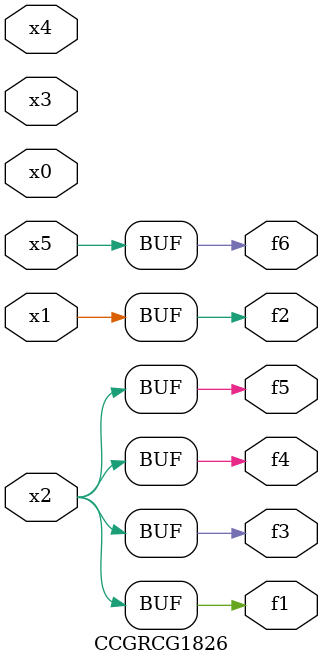
<source format=v>
module CCGRCG1826(
	input x0, x1, x2, x3, x4, x5,
	output f1, f2, f3, f4, f5, f6
);
	assign f1 = x2;
	assign f2 = x1;
	assign f3 = x2;
	assign f4 = x2;
	assign f5 = x2;
	assign f6 = x5;
endmodule

</source>
